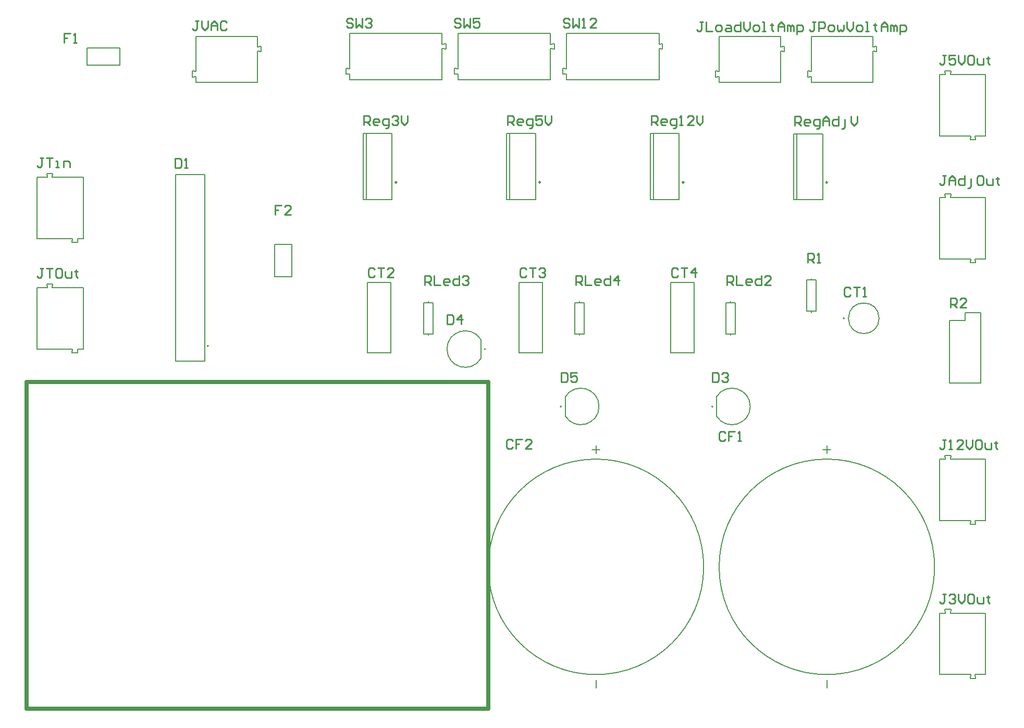
<source format=gto>
G04*
G04 #@! TF.GenerationSoftware,Altium Limited,Altium Designer,22.8.2 (66)*
G04*
G04 Layer_Color=65535*
%FSLAX23Y23*%
%MOIN*%
G70*
G04*
G04 #@! TF.SameCoordinates,8AE226B6-A41B-4233-8507-6C7F5843907F*
G04*
G04*
G04 #@! TF.FilePolarity,Positive*
G04*
G01*
G75*
%ADD10C,0.005*%
%ADD11C,0.010*%
%ADD12C,0.008*%
%ADD13C,0.028*%
%ADD14C,0.010*%
D10*
X4429Y1083D02*
G03*
X4429Y1083I-689J0D01*
G01*
X3544Y2047D02*
G03*
X3544Y2170I99J62D01*
G01*
X4511Y2047D02*
G03*
X4511Y2170I99J62D01*
G01*
X5906Y1083D02*
G03*
X5906Y1083I-689J0D01*
G01*
X3003Y2538D02*
G03*
X3003Y2415I-99J-62D01*
G01*
X5551Y2673D02*
G03*
X5551Y2673I-98J0D01*
G01*
X3740Y308D02*
Y358D01*
Y1808D02*
Y1858D01*
X3715Y1833D02*
X3765D01*
X3544Y2047D02*
Y2170D01*
X4511Y2047D02*
Y2170D01*
X5217Y308D02*
Y358D01*
Y1808D02*
Y1858D01*
X5192Y1833D02*
X5242D01*
X3003Y2415D02*
Y2538D01*
X1050Y2400D02*
Y3593D01*
X1239D01*
Y2400D02*
Y3593D01*
X1050Y2400D02*
X1239D01*
D11*
X4303Y3543D02*
G03*
X4303Y3543I-5J0D01*
G01*
X3384D02*
G03*
X3384Y3543I-5J0D01*
G01*
X2466D02*
G03*
X2466Y3543I-5J0D01*
G01*
X5221Y3542D02*
G03*
X5221Y3542I-5J0D01*
G01*
D12*
X3520Y2108D02*
G03*
X3520Y2108I-4J0D01*
G01*
X4488D02*
G03*
X4488Y2108I-4J0D01*
G01*
X3034Y2476D02*
G03*
X3034Y2476I-4J0D01*
G01*
X1261Y2496D02*
G03*
X1261Y2496I-4J0D01*
G01*
X5329Y2673D02*
G03*
X5329Y2673I-4J0D01*
G01*
X3635Y2773D02*
Y2782D01*
Y2564D02*
Y2573D01*
Y2773D02*
X3665D01*
Y2573D02*
Y2773D01*
X3605Y2573D02*
X3665D01*
X3605D02*
Y2773D01*
X3635D01*
X2667D02*
Y2782D01*
Y2564D02*
Y2573D01*
Y2773D02*
X2697D01*
Y2573D02*
Y2773D01*
X2637Y2573D02*
X2697D01*
X2637D02*
Y2773D01*
X2667D01*
X4602D02*
Y2782D01*
Y2564D02*
Y2573D01*
Y2773D02*
X4632D01*
Y2573D02*
Y2773D01*
X4572Y2573D02*
X4632D01*
X4572D02*
Y2773D01*
X4602D01*
X4087Y3854D02*
X4272D01*
X4087Y3433D02*
X4272D01*
Y3854D01*
X4087Y3433D02*
Y3854D01*
X4107Y3433D02*
Y3854D01*
X3169D02*
X3354D01*
X3169Y3433D02*
X3354D01*
Y3854D01*
X3169Y3433D02*
Y3854D01*
X3188Y3433D02*
Y3854D01*
X2250D02*
X2435D01*
X2250Y3433D02*
X2435D01*
Y3854D01*
X2250Y3433D02*
Y3854D01*
X2270Y3433D02*
Y3854D01*
X4217Y2453D02*
Y2903D01*
Y2453D02*
X4367D01*
Y2903D01*
X4217D02*
X4367D01*
X3247Y2453D02*
Y2903D01*
Y2453D02*
X3397D01*
Y2903D01*
X3247D02*
X3397D01*
X2277Y2453D02*
Y2903D01*
Y2453D02*
X2427D01*
Y2903D01*
X2277D02*
X2427D01*
X5118Y4476D02*
X5512Y4476D01*
X5535Y4379D02*
Y4412D01*
X5512Y4382D02*
X5535Y4379D01*
X5512Y4409D02*
X5535Y4412D01*
X5512Y4409D02*
Y4476D01*
X5118Y4181D02*
X5512D01*
Y4382D01*
X5094Y4216D02*
Y4254D01*
Y4216D02*
X5118Y4218D01*
X5094Y4254D02*
X5118Y4252D01*
Y4181D02*
Y4218D01*
Y4252D02*
Y4476D01*
X4528D02*
X4921Y4476D01*
X4945Y4379D02*
Y4412D01*
X4921Y4382D02*
X4945Y4379D01*
X4921Y4409D02*
X4945Y4412D01*
X4921Y4409D02*
Y4476D01*
X4528Y4181D02*
X4921D01*
Y4382D01*
X4504Y4216D02*
Y4254D01*
Y4216D02*
X4528Y4218D01*
X4504Y4254D02*
X4528Y4252D01*
Y4181D02*
Y4218D01*
Y4252D02*
Y4476D01*
X5006Y3852D02*
X5191D01*
X5006Y3431D02*
X5191D01*
Y3852D01*
X5006Y3431D02*
Y3852D01*
X5026Y3431D02*
Y3852D01*
X6232Y1378D02*
X6232Y1772D01*
X6135Y1354D02*
X6168D01*
X6135D02*
X6138Y1378D01*
X6165D02*
X6168Y1354D01*
X6165Y1378D02*
X6232D01*
X5937D02*
Y1772D01*
Y1378D02*
X6138D01*
X5972Y1795D02*
X6010D01*
X5972D02*
X5974Y1772D01*
X6008D02*
X6010Y1795D01*
X5937Y1772D02*
X5974D01*
X6008D02*
X6232D01*
X6232Y394D02*
X6232Y787D01*
X6135Y370D02*
X6168D01*
X6135D02*
X6138Y394D01*
X6165D02*
X6168Y370D01*
X6165Y394D02*
X6232D01*
X5937D02*
Y787D01*
Y394D02*
X6138D01*
X5972Y811D02*
X6010D01*
X5972D02*
X5974Y787D01*
X6008D02*
X6010Y811D01*
X5937Y787D02*
X5974D01*
X6008D02*
X6232D01*
X6232Y3051D02*
X6232Y3445D01*
X6135Y3028D02*
X6168D01*
X6135D02*
X6138Y3051D01*
X6165D02*
X6168Y3028D01*
X6165Y3051D02*
X6232D01*
X5937D02*
Y3445D01*
Y3051D02*
X6138D01*
X5972Y3469D02*
X6010D01*
X5972D02*
X5974Y3445D01*
X6008D02*
X6010Y3469D01*
X5937Y3445D02*
X5974D01*
X6008D02*
X6232D01*
X165Y2476D02*
X390D01*
X423D02*
X461D01*
X388Y2453D02*
X390Y2476D01*
X423D02*
X425Y2453D01*
X388D02*
X425D01*
X260Y2870D02*
X461D01*
Y2476D02*
Y2870D01*
X165D02*
X232D01*
X229Y2893D02*
X232Y2870D01*
X260D02*
X263Y2893D01*
X229D02*
X263D01*
X165Y2476D02*
Y2870D01*
Y3181D02*
X390D01*
X423D02*
X461D01*
X388Y3158D02*
X390Y3181D01*
X423D02*
X425Y3158D01*
X388D02*
X425D01*
X260Y3575D02*
X461D01*
Y3181D02*
Y3575D01*
X165D02*
X232D01*
X229Y3598D02*
X232Y3575D01*
X260D02*
X263Y3598D01*
X229D02*
X263D01*
X165Y3181D02*
Y3575D01*
X1793Y2939D02*
Y3147D01*
X1683Y2939D02*
Y3147D01*
Y2939D02*
X1793D01*
X1683Y3147D02*
X1793D01*
X1181Y4252D02*
Y4476D01*
Y4181D02*
Y4218D01*
X1157Y4254D02*
X1181Y4252D01*
X1157Y4216D02*
X1181Y4218D01*
X1157Y4216D02*
Y4254D01*
X1575Y4181D02*
Y4382D01*
X1181Y4181D02*
X1575D01*
Y4409D02*
Y4476D01*
Y4409D02*
X1598Y4412D01*
X1575Y4382D02*
X1598Y4379D01*
Y4412D01*
X1181Y4476D02*
X1575Y4476D01*
X486Y4401D02*
X695D01*
X486Y4291D02*
X695D01*
Y4401D01*
X486Y4291D02*
Y4401D01*
X3552Y4269D02*
Y4494D01*
Y4199D02*
Y4236D01*
X3529Y4271D02*
X3552Y4269D01*
X3529Y4234D02*
X3552Y4236D01*
X3529Y4234D02*
Y4271D01*
X3552Y4494D02*
X4143D01*
X4166Y4396D02*
Y4430D01*
X4143Y4399D02*
X4166Y4396D01*
X4143Y4427D02*
X4166Y4430D01*
X4143Y4427D02*
Y4494D01*
X3552Y4199D02*
X4143D01*
Y4399D01*
X2859Y4269D02*
Y4494D01*
Y4199D02*
Y4236D01*
X2835Y4271D02*
X2859Y4269D01*
X2835Y4234D02*
X2859Y4236D01*
X2835Y4234D02*
Y4271D01*
X2859Y4494D02*
X3449D01*
X3473Y4396D02*
Y4430D01*
X3449Y4399D02*
X3473Y4396D01*
X3449Y4427D02*
X3473Y4430D01*
X3449Y4427D02*
Y4494D01*
X2859Y4199D02*
X3449D01*
Y4399D01*
X2165Y4269D02*
Y4494D01*
Y4199D02*
Y4236D01*
X2142Y4271D02*
X2165Y4269D01*
X2142Y4234D02*
X2165Y4236D01*
X2142Y4234D02*
Y4271D01*
X2165Y4494D02*
X2756D01*
X2780Y4396D02*
Y4430D01*
X2756Y4399D02*
X2780Y4396D01*
X2756Y4427D02*
X2780Y4430D01*
X2756Y4427D02*
Y4494D01*
X2165Y4199D02*
X2756D01*
Y4399D01*
X6002Y2259D02*
X6202D01*
Y2709D01*
X6102D02*
X6202D01*
X6102Y2659D02*
Y2709D01*
X6002Y2659D02*
X6102D01*
X6002Y2259D02*
Y2659D01*
X5118Y2718D02*
X5148D01*
Y2918D01*
X5088D02*
X5148D01*
X5088Y2718D02*
Y2918D01*
Y2718D02*
X5118D01*
Y2918D02*
Y2927D01*
Y2709D02*
Y2718D01*
X6008Y4232D02*
X6232D01*
X5937D02*
X5974D01*
X6008D02*
X6010Y4256D01*
X5972D02*
X5974Y4232D01*
X5972Y4256D02*
X6010D01*
X5937Y3839D02*
X6138D01*
X5937D02*
Y4232D01*
X6165Y3839D02*
X6232D01*
X6165D02*
X6168Y3815D01*
X6135D02*
X6138Y3839D01*
X6135Y3815D02*
X6168D01*
X6232Y3839D02*
X6232Y4232D01*
D13*
X98Y177D02*
X3051D01*
X98Y2264D02*
X3051D01*
Y177D02*
Y2264D01*
X98Y177D02*
Y2264D01*
D14*
X3611Y2885D02*
Y2945D01*
X3641D01*
X3651Y2935D01*
Y2915D01*
X3641Y2905D01*
X3611D01*
X3631D02*
X3651Y2885D01*
X3671Y2945D02*
Y2885D01*
X3711D01*
X3761D02*
X3741D01*
X3731Y2895D01*
Y2915D01*
X3741Y2925D01*
X3761D01*
X3771Y2915D01*
Y2905D01*
X3731D01*
X3831Y2945D02*
Y2885D01*
X3801D01*
X3791Y2895D01*
Y2915D01*
X3801Y2925D01*
X3831D01*
X3881Y2885D02*
Y2945D01*
X3851Y2915D01*
X3891D01*
X2643Y2885D02*
Y2945D01*
X2673D01*
X2683Y2935D01*
Y2915D01*
X2673Y2905D01*
X2643D01*
X2663D02*
X2683Y2885D01*
X2703Y2945D02*
Y2885D01*
X2743D01*
X2793D02*
X2773D01*
X2763Y2895D01*
Y2915D01*
X2773Y2925D01*
X2793D01*
X2803Y2915D01*
Y2905D01*
X2763D01*
X2863Y2945D02*
Y2885D01*
X2833D01*
X2823Y2895D01*
Y2915D01*
X2833Y2925D01*
X2863D01*
X2883Y2935D02*
X2893Y2945D01*
X2913D01*
X2923Y2935D01*
Y2925D01*
X2913Y2915D01*
X2903D01*
X2913D01*
X2923Y2905D01*
Y2895D01*
X2913Y2885D01*
X2893D01*
X2883Y2895D01*
X4578Y2885D02*
Y2945D01*
X4608D01*
X4618Y2935D01*
Y2915D01*
X4608Y2905D01*
X4578D01*
X4598D02*
X4618Y2885D01*
X4638Y2945D02*
Y2885D01*
X4678D01*
X4728D02*
X4708D01*
X4698Y2895D01*
Y2915D01*
X4708Y2925D01*
X4728D01*
X4738Y2915D01*
Y2905D01*
X4698D01*
X4798Y2945D02*
Y2885D01*
X4768D01*
X4758Y2895D01*
Y2915D01*
X4768Y2925D01*
X4798D01*
X4858Y2885D02*
X4818D01*
X4858Y2925D01*
Y2935D01*
X4848Y2945D01*
X4828D01*
X4818Y2935D01*
X5011Y3907D02*
Y3967D01*
X5041D01*
X5051Y3957D01*
Y3937D01*
X5041Y3927D01*
X5011D01*
X5031D02*
X5051Y3907D01*
X5101D02*
X5081D01*
X5071Y3917D01*
Y3937D01*
X5081Y3947D01*
X5101D01*
X5111Y3937D01*
Y3927D01*
X5071D01*
X5151Y3887D02*
X5161D01*
X5171Y3897D01*
Y3947D01*
X5141D01*
X5131Y3937D01*
Y3917D01*
X5141Y3907D01*
X5171D01*
X5191D02*
Y3947D01*
X5211Y3967D01*
X5231Y3947D01*
Y3907D01*
Y3937D01*
X5191D01*
X5291Y3967D02*
Y3907D01*
X5261D01*
X5251Y3917D01*
Y3937D01*
X5261Y3947D01*
X5291D01*
X5311Y3887D02*
X5321D01*
X5331Y3897D01*
Y3947D01*
X5371Y3967D02*
Y3927D01*
X5391Y3907D01*
X5411Y3927D01*
Y3967D01*
X4093Y3909D02*
Y3969D01*
X4123D01*
X4133Y3959D01*
Y3939D01*
X4123Y3929D01*
X4093D01*
X4113D02*
X4133Y3909D01*
X4183D02*
X4163D01*
X4153Y3919D01*
Y3939D01*
X4163Y3949D01*
X4183D01*
X4193Y3939D01*
Y3929D01*
X4153D01*
X4233Y3889D02*
X4243D01*
X4253Y3899D01*
Y3949D01*
X4223D01*
X4213Y3939D01*
Y3919D01*
X4223Y3909D01*
X4253D01*
X4273D02*
X4293D01*
X4283D01*
Y3969D01*
X4273Y3959D01*
X4363Y3909D02*
X4323D01*
X4363Y3949D01*
Y3959D01*
X4353Y3969D01*
X4333D01*
X4323Y3959D01*
X4383Y3969D02*
Y3929D01*
X4403Y3909D01*
X4422Y3929D01*
Y3969D01*
X3173Y3909D02*
Y3969D01*
X3203D01*
X3213Y3959D01*
Y3939D01*
X3203Y3929D01*
X3173D01*
X3193D02*
X3213Y3909D01*
X3263D02*
X3243D01*
X3233Y3919D01*
Y3939D01*
X3243Y3949D01*
X3263D01*
X3273Y3939D01*
Y3929D01*
X3233D01*
X3313Y3889D02*
X3323D01*
X3333Y3899D01*
Y3949D01*
X3303D01*
X3293Y3939D01*
Y3919D01*
X3303Y3909D01*
X3333D01*
X3393Y3969D02*
X3353D01*
Y3939D01*
X3373Y3949D01*
X3383D01*
X3393Y3939D01*
Y3919D01*
X3383Y3909D01*
X3363D01*
X3353Y3919D01*
X3413Y3969D02*
Y3929D01*
X3433Y3909D01*
X3453Y3929D01*
Y3969D01*
X2255Y3909D02*
Y3969D01*
X2285D01*
X2295Y3959D01*
Y3939D01*
X2285Y3929D01*
X2255D01*
X2275D02*
X2295Y3909D01*
X2345D02*
X2325D01*
X2315Y3919D01*
Y3939D01*
X2325Y3949D01*
X2345D01*
X2355Y3939D01*
Y3929D01*
X2315D01*
X2395Y3889D02*
X2405D01*
X2415Y3899D01*
Y3949D01*
X2385D01*
X2375Y3939D01*
Y3919D01*
X2385Y3909D01*
X2415D01*
X2435Y3959D02*
X2445Y3969D01*
X2465D01*
X2475Y3959D01*
Y3949D01*
X2465Y3939D01*
X2455D01*
X2465D01*
X2475Y3929D01*
Y3919D01*
X2465Y3909D01*
X2445D01*
X2435Y3919D01*
X2495Y3969D02*
Y3929D01*
X2515Y3909D01*
X2535Y3929D01*
Y3969D01*
X6008Y2743D02*
Y2803D01*
X6038D01*
X6048Y2793D01*
Y2773D01*
X6038Y2763D01*
X6008D01*
X6028D02*
X6048Y2743D01*
X6108D02*
X6068D01*
X6108Y2783D01*
Y2793D01*
X6098Y2803D01*
X6078D01*
X6068Y2793D01*
X5094Y3030D02*
Y3090D01*
X5124D01*
X5134Y3080D01*
Y3060D01*
X5124Y3050D01*
X5094D01*
X5114D02*
X5134Y3030D01*
X5154D02*
X5174D01*
X5164D01*
Y3090D01*
X5154Y3080D01*
X1199Y4575D02*
X1179D01*
X1189D01*
Y4525D01*
X1179Y4515D01*
X1169D01*
X1159Y4525D01*
X1219Y4575D02*
Y4535D01*
X1239Y4515D01*
X1259Y4535D01*
Y4575D01*
X1279Y4515D02*
Y4555D01*
X1299Y4575D01*
X1319Y4555D01*
Y4515D01*
Y4545D01*
X1279D01*
X1379Y4565D02*
X1369Y4575D01*
X1349D01*
X1339Y4565D01*
Y4525D01*
X1349Y4515D01*
X1369D01*
X1379Y4525D01*
X206Y2993D02*
X186D01*
X196D01*
Y2943D01*
X186Y2933D01*
X176D01*
X166Y2943D01*
X226Y2993D02*
X266D01*
X246D01*
Y2933D01*
X316Y2993D02*
X296D01*
X286Y2983D01*
Y2943D01*
X296Y2933D01*
X316D01*
X326Y2943D01*
Y2983D01*
X316Y2993D01*
X346Y2973D02*
Y2943D01*
X356Y2933D01*
X386D01*
Y2973D01*
X416Y2983D02*
Y2973D01*
X406D01*
X426D01*
X416D01*
Y2943D01*
X426Y2933D01*
X206Y3698D02*
X186D01*
X196D01*
Y3648D01*
X186Y3638D01*
X176D01*
X166Y3648D01*
X226Y3698D02*
X266D01*
X246D01*
Y3638D01*
X286D02*
X306D01*
X296D01*
Y3678D01*
X286D01*
X336Y3638D02*
Y3678D01*
X366D01*
X376Y3668D01*
Y3638D01*
X3570Y4583D02*
X3560Y4593D01*
X3540D01*
X3530Y4583D01*
Y4573D01*
X3540Y4563D01*
X3560D01*
X3570Y4553D01*
Y4543D01*
X3560Y4533D01*
X3540D01*
X3530Y4543D01*
X3590Y4593D02*
Y4533D01*
X3610Y4553D01*
X3630Y4533D01*
Y4593D01*
X3650Y4533D02*
X3670D01*
X3660D01*
Y4593D01*
X3650Y4583D01*
X3740Y4533D02*
X3700D01*
X3740Y4573D01*
Y4583D01*
X3730Y4593D01*
X3710D01*
X3700Y4583D01*
X2876D02*
X2866Y4593D01*
X2846D01*
X2836Y4583D01*
Y4573D01*
X2846Y4563D01*
X2866D01*
X2876Y4553D01*
Y4543D01*
X2866Y4533D01*
X2846D01*
X2836Y4543D01*
X2896Y4593D02*
Y4533D01*
X2916Y4553D01*
X2936Y4533D01*
Y4593D01*
X2996D02*
X2956D01*
Y4563D01*
X2976Y4573D01*
X2986D01*
X2996Y4563D01*
Y4543D01*
X2986Y4533D01*
X2966D01*
X2956Y4543D01*
X2183Y4583D02*
X2173Y4593D01*
X2153D01*
X2143Y4583D01*
Y4573D01*
X2153Y4563D01*
X2173D01*
X2183Y4553D01*
Y4543D01*
X2173Y4533D01*
X2153D01*
X2143Y4543D01*
X2203Y4593D02*
Y4533D01*
X2223Y4553D01*
X2243Y4533D01*
Y4593D01*
X2263Y4583D02*
X2273Y4593D01*
X2293D01*
X2303Y4583D01*
Y4573D01*
X2293Y4563D01*
X2283D01*
X2293D01*
X2303Y4553D01*
Y4543D01*
X2293Y4533D01*
X2273D01*
X2263Y4543D01*
X5143Y4568D02*
X5123D01*
X5133D01*
Y4518D01*
X5123Y4508D01*
X5113D01*
X5103Y4518D01*
X5163Y4508D02*
Y4568D01*
X5193D01*
X5203Y4558D01*
Y4538D01*
X5193Y4528D01*
X5163D01*
X5233Y4508D02*
X5253D01*
X5263Y4518D01*
Y4538D01*
X5253Y4548D01*
X5233D01*
X5223Y4538D01*
Y4518D01*
X5233Y4508D01*
X5283Y4548D02*
Y4518D01*
X5293Y4508D01*
X5303Y4518D01*
X5313Y4508D01*
X5323Y4518D01*
Y4548D01*
X5343Y4568D02*
Y4528D01*
X5363Y4508D01*
X5383Y4528D01*
Y4568D01*
X5413Y4508D02*
X5433D01*
X5443Y4518D01*
Y4538D01*
X5433Y4548D01*
X5413D01*
X5403Y4538D01*
Y4518D01*
X5413Y4508D01*
X5463D02*
X5483D01*
X5473D01*
Y4568D01*
X5463D01*
X5523Y4558D02*
Y4548D01*
X5513D01*
X5533D01*
X5523D01*
Y4518D01*
X5533Y4508D01*
X5563D02*
Y4548D01*
X5583Y4568D01*
X5603Y4548D01*
Y4508D01*
Y4538D01*
X5563D01*
X5623Y4508D02*
Y4548D01*
X5633D01*
X5643Y4538D01*
Y4508D01*
Y4538D01*
X5653Y4548D01*
X5663Y4538D01*
Y4508D01*
X5683Y4488D02*
Y4548D01*
X5713D01*
X5723Y4538D01*
Y4518D01*
X5713Y4508D01*
X5683D01*
X4425Y4568D02*
X4405D01*
X4415D01*
Y4518D01*
X4405Y4508D01*
X4395D01*
X4385Y4518D01*
X4444Y4568D02*
Y4508D01*
X4484D01*
X4514D02*
X4534D01*
X4544Y4518D01*
Y4538D01*
X4534Y4548D01*
X4514D01*
X4504Y4538D01*
Y4518D01*
X4514Y4508D01*
X4574Y4548D02*
X4594D01*
X4604Y4538D01*
Y4508D01*
X4574D01*
X4564Y4518D01*
X4574Y4528D01*
X4604D01*
X4664Y4568D02*
Y4508D01*
X4634D01*
X4624Y4518D01*
Y4538D01*
X4634Y4548D01*
X4664D01*
X4684Y4568D02*
Y4528D01*
X4704Y4508D01*
X4724Y4528D01*
Y4568D01*
X4754Y4508D02*
X4774D01*
X4784Y4518D01*
Y4538D01*
X4774Y4548D01*
X4754D01*
X4744Y4538D01*
Y4518D01*
X4754Y4508D01*
X4804D02*
X4824D01*
X4814D01*
Y4568D01*
X4804D01*
X4864Y4558D02*
Y4548D01*
X4854D01*
X4874D01*
X4864D01*
Y4518D01*
X4874Y4508D01*
X4904D02*
Y4548D01*
X4924Y4568D01*
X4944Y4548D01*
Y4508D01*
Y4538D01*
X4904D01*
X4964Y4508D02*
Y4548D01*
X4974D01*
X4984Y4538D01*
Y4508D01*
Y4538D01*
X4994Y4548D01*
X5004Y4538D01*
Y4508D01*
X5024Y4488D02*
Y4548D01*
X5054D01*
X5064Y4538D01*
Y4518D01*
X5054Y4508D01*
X5024D01*
X5978Y3587D02*
X5958D01*
X5968D01*
Y3537D01*
X5958Y3527D01*
X5948D01*
X5938Y3537D01*
X5998Y3527D02*
Y3567D01*
X6018Y3587D01*
X6038Y3567D01*
Y3527D01*
Y3557D01*
X5998D01*
X6098Y3587D02*
Y3527D01*
X6068D01*
X6058Y3537D01*
Y3557D01*
X6068Y3567D01*
X6098D01*
X6118Y3507D02*
X6128D01*
X6138Y3517D01*
Y3567D01*
X6208Y3587D02*
X6188D01*
X6178Y3577D01*
Y3537D01*
X6188Y3527D01*
X6208D01*
X6218Y3537D01*
Y3577D01*
X6208Y3587D01*
X6238Y3567D02*
Y3537D01*
X6248Y3527D01*
X6278D01*
Y3567D01*
X6308Y3577D02*
Y3567D01*
X6298D01*
X6318D01*
X6308D01*
Y3537D01*
X6318Y3527D01*
X5978Y1894D02*
X5958D01*
X5968D01*
Y1844D01*
X5958Y1834D01*
X5948D01*
X5938Y1844D01*
X5998Y1834D02*
X6018D01*
X6008D01*
Y1894D01*
X5998Y1884D01*
X6088Y1834D02*
X6048D01*
X6088Y1874D01*
Y1884D01*
X6078Y1894D01*
X6058D01*
X6048Y1884D01*
X6108Y1894D02*
Y1854D01*
X6128Y1834D01*
X6148Y1854D01*
Y1894D01*
X6198D02*
X6178D01*
X6168Y1884D01*
Y1844D01*
X6178Y1834D01*
X6198D01*
X6208Y1844D01*
Y1884D01*
X6198Y1894D01*
X6228Y1874D02*
Y1844D01*
X6238Y1834D01*
X6268D01*
Y1874D01*
X6298Y1884D02*
Y1874D01*
X6288D01*
X6308D01*
X6298D01*
Y1844D01*
X6308Y1834D01*
X5978Y4355D02*
X5958D01*
X5968D01*
Y4305D01*
X5958Y4295D01*
X5948D01*
X5938Y4305D01*
X6038Y4355D02*
X5998D01*
Y4325D01*
X6018Y4335D01*
X6028D01*
X6038Y4325D01*
Y4305D01*
X6028Y4295D01*
X6008D01*
X5998Y4305D01*
X6058Y4355D02*
Y4315D01*
X6078Y4295D01*
X6098Y4315D01*
Y4355D01*
X6148D02*
X6128D01*
X6118Y4345D01*
Y4305D01*
X6128Y4295D01*
X6148D01*
X6158Y4305D01*
Y4345D01*
X6148Y4355D01*
X6178Y4335D02*
Y4305D01*
X6188Y4295D01*
X6218D01*
Y4335D01*
X6248Y4345D02*
Y4335D01*
X6238D01*
X6258D01*
X6248D01*
Y4305D01*
X6258Y4295D01*
X5978Y910D02*
X5958D01*
X5968D01*
Y860D01*
X5958Y850D01*
X5948D01*
X5938Y860D01*
X5998Y900D02*
X6008Y910D01*
X6028D01*
X6038Y900D01*
Y890D01*
X6028Y880D01*
X6018D01*
X6028D01*
X6038Y870D01*
Y860D01*
X6028Y850D01*
X6008D01*
X5998Y860D01*
X6058Y910D02*
Y870D01*
X6078Y850D01*
X6098Y870D01*
Y910D01*
X6148D02*
X6128D01*
X6118Y900D01*
Y860D01*
X6128Y850D01*
X6148D01*
X6158Y860D01*
Y900D01*
X6148Y910D01*
X6178Y890D02*
Y860D01*
X6188Y850D01*
X6218D01*
Y890D01*
X6248Y900D02*
Y890D01*
X6238D01*
X6258D01*
X6248D01*
Y860D01*
X6258Y850D01*
X1729Y3396D02*
X1689D01*
Y3366D01*
X1709D01*
X1689D01*
Y3336D01*
X1789D02*
X1749D01*
X1789Y3376D01*
Y3386D01*
X1779Y3396D01*
X1759D01*
X1749Y3386D01*
X378Y4495D02*
X338D01*
Y4465D01*
X358D01*
X338D01*
Y4435D01*
X398D02*
X418D01*
X408D01*
Y4495D01*
X398Y4485D01*
X3518Y2326D02*
Y2266D01*
X3548D01*
X3558Y2276D01*
Y2316D01*
X3548Y2326D01*
X3518D01*
X3618D02*
X3578D01*
Y2296D01*
X3598Y2306D01*
X3608D01*
X3618Y2296D01*
Y2276D01*
X3608Y2266D01*
X3588D01*
X3578Y2276D01*
X2787Y2694D02*
Y2634D01*
X2817D01*
X2827Y2644D01*
Y2684D01*
X2817Y2694D01*
X2787D01*
X2877Y2634D02*
Y2694D01*
X2847Y2664D01*
X2887D01*
X4486Y2326D02*
Y2266D01*
X4516D01*
X4526Y2276D01*
Y2316D01*
X4516Y2326D01*
X4486D01*
X4546Y2316D02*
X4556Y2326D01*
X4576D01*
X4586Y2316D01*
Y2306D01*
X4576Y2296D01*
X4566D01*
X4576D01*
X4586Y2286D01*
Y2276D01*
X4576Y2266D01*
X4556D01*
X4546Y2276D01*
X1049Y3694D02*
Y3634D01*
X1079D01*
X1089Y3644D01*
Y3684D01*
X1079Y3694D01*
X1049D01*
X1109Y3634D02*
X1129D01*
X1119D01*
Y3694D01*
X1109Y3684D01*
X4263Y2987D02*
X4253Y2997D01*
X4233D01*
X4223Y2987D01*
Y2947D01*
X4233Y2937D01*
X4253D01*
X4263Y2947D01*
X4283Y2997D02*
X4323D01*
X4303D01*
Y2937D01*
X4373D02*
Y2997D01*
X4343Y2967D01*
X4383D01*
X3293Y2987D02*
X3283Y2997D01*
X3263D01*
X3253Y2987D01*
Y2947D01*
X3263Y2937D01*
X3283D01*
X3293Y2947D01*
X3313Y2997D02*
X3353D01*
X3333D01*
Y2937D01*
X3373Y2987D02*
X3383Y2997D01*
X3403D01*
X3413Y2987D01*
Y2977D01*
X3403Y2967D01*
X3393D01*
X3403D01*
X3413Y2957D01*
Y2947D01*
X3403Y2937D01*
X3383D01*
X3373Y2947D01*
X2323Y2987D02*
X2313Y2997D01*
X2293D01*
X2283Y2987D01*
Y2947D01*
X2293Y2937D01*
X2313D01*
X2323Y2947D01*
X2343Y2997D02*
X2383D01*
X2363D01*
Y2937D01*
X2443D02*
X2403D01*
X2443Y2977D01*
Y2987D01*
X2433Y2997D01*
X2413D01*
X2403Y2987D01*
X5367Y2862D02*
X5357Y2872D01*
X5337D01*
X5327Y2862D01*
Y2822D01*
X5337Y2812D01*
X5357D01*
X5367Y2822D01*
X5387Y2872D02*
X5427D01*
X5407D01*
Y2812D01*
X5447D02*
X5467D01*
X5457D01*
Y2872D01*
X5447Y2862D01*
X3208Y1890D02*
X3198Y1900D01*
X3178D01*
X3168Y1890D01*
Y1850D01*
X3178Y1840D01*
X3198D01*
X3208Y1850D01*
X3268Y1900D02*
X3228D01*
Y1870D01*
X3248D01*
X3228D01*
Y1840D01*
X3328D02*
X3288D01*
X3328Y1880D01*
Y1890D01*
X3318Y1900D01*
X3298D01*
X3288Y1890D01*
X4567Y1940D02*
X4557Y1950D01*
X4537D01*
X4527Y1940D01*
Y1900D01*
X4537Y1890D01*
X4557D01*
X4567Y1900D01*
X4627Y1950D02*
X4587D01*
Y1920D01*
X4607D01*
X4587D01*
Y1890D01*
X4647D02*
X4667D01*
X4657D01*
Y1950D01*
X4647Y1940D01*
M02*

</source>
